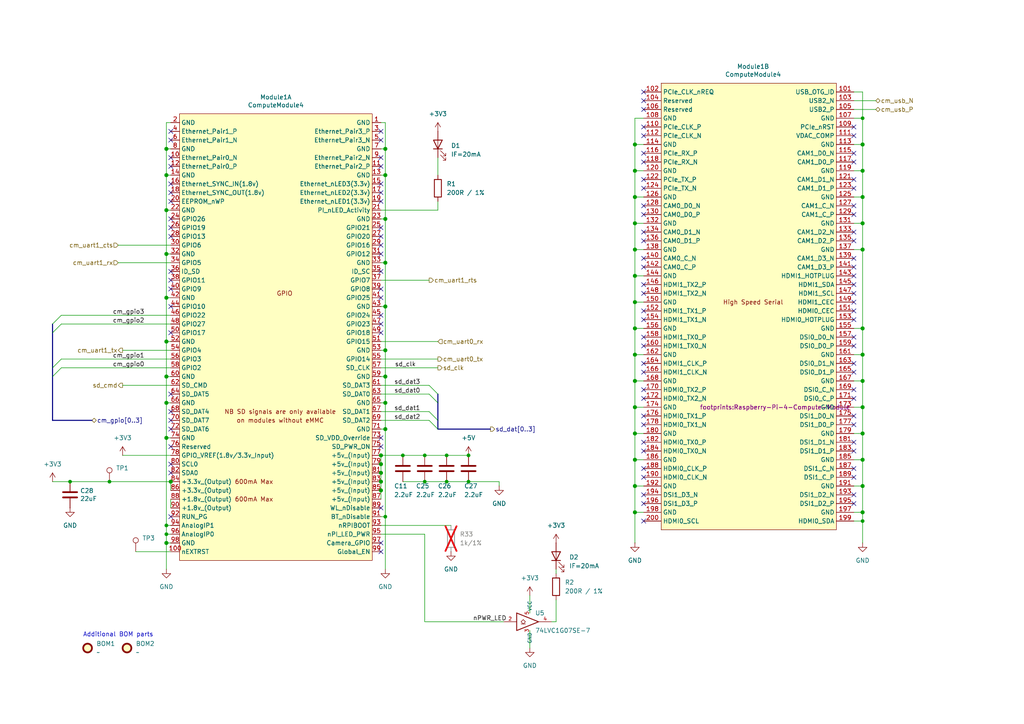
<source format=kicad_sch>
(kicad_sch (version 20250114) (generator "eeschema") (generator_version "9.0")
  (paper "A4")
  (title_block (title "Raspberry Pi Compute Module") (company "Dr. Konstantin Schauwecker"))
  (text "Additional BOM parts" (at 34.29 184.15 0) (effects (font (size 1.27 1.27))))
  (junction (at 250.19 34.29))
  (junction (at 250.19 57.15) (diameter 1.016))
  (junction (at 48.26 60.96) (diameter 1.016))
  (junction (at 135.89 132.08))
  (junction (at 111.76 109.22) (diameter 1.016))
  (junction (at 48.26 116.84) (diameter 1.016))
  (junction (at 184.15 102.87) (diameter 1.016))
  (junction (at 111.76 101.6) (diameter 1.016))
  (junction (at 129.54 132.08))
  (junction (at 184.15 118.11) (diameter 1.016))
  (junction (at 250.19 102.87) (diameter 1.016))
  (junction (at 110.49 134.62) (diameter 1.016))
  (junction (at 48.26 152.4))
  (junction (at 123.19 139.7))
  (junction (at 184.15 72.39) (diameter 1.016))
  (junction (at 250.19 49.53) (diameter 1.016))
  (junction (at 48.26 73.66) (diameter 1.016))
  (junction (at 250.19 148.59) (diameter 1.016))
  (junction (at 250.19 133.35) (diameter 1.016))
  (junction (at 111.76 124.46) (diameter 1.016))
  (junction (at 135.89 139.7))
  (junction (at 184.15 133.35) (diameter 1.016))
  (junction (at 111.76 149.86))
  (junction (at 184.15 57.15) (diameter 1.016))
  (junction (at 250.19 151.13))
  (junction (at 184.15 41.91) (diameter 1.016))
  (junction (at 48.26 99.06) (diameter 1.016))
  (junction (at 250.19 72.39) (diameter 1.016))
  (junction (at 184.15 125.73) (diameter 1.016))
  (junction (at 111.76 88.9) (diameter 1.016))
  (junction (at 250.19 41.91) (diameter 1.016))
  (junction (at 48.26 157.48) (diameter 1.016))
  (junction (at 250.19 125.73) (diameter 1.016))
  (junction (at 116.84 132.08))
  (junction (at 250.19 110.49) (diameter 1.016))
  (junction (at 184.15 64.77) (diameter 1.016))
  (junction (at 48.26 127) (diameter 1.016))
  (junction (at 129.54 139.7))
  (junction (at 184.15 140.97) (diameter 1.016))
  (junction (at 110.49 132.08) (diameter 1.016))
  (junction (at 49.53 139.7) (diameter 1.016))
  (junction (at 111.76 50.8) (diameter 1.016))
  (junction (at 184.15 95.25) (diameter 1.016))
  (junction (at 111.76 116.84) (diameter 1.016))
  (junction (at 48.26 43.18) (diameter 1.016))
  (junction (at 48.26 109.22) (diameter 1.016))
  (junction (at 111.76 63.5) (diameter 1.016))
  (junction (at 184.15 87.63) (diameter 1.016))
  (junction (at 184.15 110.49) (diameter 1.016))
  (junction (at 110.49 142.24) (diameter 1.016))
  (junction (at 110.49 137.16) (diameter 1.016))
  (junction (at 123.19 132.08))
  (junction (at 48.26 86.36) (diameter 1.016))
  (junction (at 184.15 80.01) (diameter 1.016))
  (junction (at 110.49 139.7) (diameter 1.016))
  (junction (at 31.75 139.7))
  (junction (at 48.26 154.94))
  (junction (at 250.19 64.77) (diameter 1.016))
  (junction (at 184.15 49.53) (diameter 1.016))
  (junction (at 111.76 76.2) (diameter 1.016))
  (junction (at 48.26 50.8) (diameter 1.016))
  (junction (at 250.19 118.11) (diameter 1.016))
  (junction (at 20.32 139.7))
  (junction (at 111.76 43.18) (diameter 1.016))
  (junction (at 250.19 95.25) (diameter 1.016))
  (junction (at 184.15 148.59) (diameter 1.016))
  (junction (at 250.19 140.97) (diameter 1.016))
  (no_connect (at 49.53 134.62))
  (no_connect (at 247.65 115.57))
  (no_connect (at 49.53 88.9))
  (no_connect (at 49.53 129.54))
  (no_connect (at 186.69 85.09))
  (no_connect (at 110.49 48.26))
  (no_connect (at 186.69 105.41))
  (no_connect (at 186.69 39.37))
  (no_connect (at 247.65 77.47))
  (no_connect (at 49.53 63.5))
  (no_connect (at 186.69 82.55))
  (no_connect (at 186.69 74.93))
  (no_connect (at 110.49 58.42))
  (no_connect (at 247.65 107.95))
  (no_connect (at 110.49 73.66))
  (no_connect (at 110.49 96.52))
  (no_connect (at 49.53 83.82))
  (no_connect (at 247.65 135.89))
  (no_connect (at 49.53 38.1))
  (no_connect (at 186.69 36.83))
  (no_connect (at 110.49 127))
  (no_connect (at 110.49 66.04))
  (no_connect (at 247.65 82.55))
  (no_connect (at 110.49 91.44))
  (no_connect (at 186.69 130.81))
  (no_connect (at 186.69 113.03))
  (no_connect (at 247.65 62.23))
  (no_connect (at 110.49 147.32))
  (no_connect (at 186.69 143.51))
  (no_connect (at 186.69 67.31))
  (no_connect (at 247.65 67.31))
  (no_connect (at 49.53 66.04))
  (no_connect (at 186.69 46.99))
  (no_connect (at 247.65 69.85))
  (no_connect (at 186.69 29.21))
  (no_connect (at 49.53 124.46))
  (no_connect (at 110.49 68.58))
  (no_connect (at 186.69 146.05))
  (no_connect (at 186.69 54.61))
  (no_connect (at 186.69 123.19))
  (no_connect (at 186.69 120.65))
  (no_connect (at 49.53 137.16))
  (no_connect (at 110.49 71.12))
  (no_connect (at 49.53 114.3))
  (no_connect (at 247.65 74.93))
  (no_connect (at 247.65 44.45))
  (no_connect (at 49.53 149.86))
  (no_connect (at 247.65 92.71))
  (no_connect (at 247.65 143.51))
  (no_connect (at 186.69 115.57))
  (no_connect (at 247.65 100.33))
  (no_connect (at 186.69 107.95))
  (no_connect (at 49.53 121.92))
  (no_connect (at 186.69 97.79))
  (no_connect (at 247.65 52.07))
  (no_connect (at 110.49 160.02))
  (no_connect (at 110.49 83.82))
  (no_connect (at 110.49 78.74))
  (no_connect (at 186.69 100.33))
  (no_connect (at 186.69 92.71))
  (no_connect (at 247.65 130.81))
  (no_connect (at 247.65 54.61))
  (no_connect (at 49.53 55.88))
  (no_connect (at 247.65 146.05))
  (no_connect (at 247.65 138.43))
  (no_connect (at 49.53 119.38))
  (no_connect (at 247.65 80.01))
  (no_connect (at 186.69 31.75))
  (no_connect (at 186.69 69.85))
  (no_connect (at 110.49 55.88))
  (no_connect (at 186.69 128.27))
  (no_connect (at 247.65 36.83))
  (no_connect (at 49.53 53.34))
  (no_connect (at 247.65 120.65))
  (no_connect (at 247.65 85.09))
  (no_connect (at 49.53 78.74))
  (no_connect (at 110.49 86.36))
  (no_connect (at 247.65 97.79))
  (no_connect (at 110.49 93.98))
  (no_connect (at 247.65 105.41))
  (no_connect (at 186.69 59.69))
  (no_connect (at 49.53 40.64))
  (no_connect (at 247.65 90.17))
  (no_connect (at 110.49 40.64))
  (no_connect (at 49.53 68.58))
  (no_connect (at 49.53 45.72))
  (no_connect (at 49.53 48.26))
  (no_connect (at 247.65 113.03))
  (no_connect (at 186.69 138.43))
  (no_connect (at 49.53 58.42))
  (no_connect (at 247.65 128.27))
  (no_connect (at 110.49 157.48))
  (no_connect (at 110.49 53.34))
  (no_connect (at 247.65 39.37))
  (no_connect (at 186.69 62.23))
  (no_connect (at 186.69 77.47))
  (no_connect (at 110.49 129.54))
  (no_connect (at 247.65 87.63))
  (no_connect (at 110.49 38.1))
  (no_connect (at 186.69 135.89))
  (no_connect (at 110.49 45.72))
  (no_connect (at 49.53 96.52))
  (no_connect (at 186.69 44.45))
  (no_connect (at 247.65 46.99))
  (no_connect (at 247.65 59.69))
  (no_connect (at 186.69 26.67))
  (no_connect (at 186.69 90.17))
  (no_connect (at 247.65 123.19))
  (no_connect (at 186.69 151.13))
  (no_connect (at 186.69 52.07))
  (no_connect (at 49.53 81.28))
  (bus_entry (at 124.46 119.38) (size 2.54 2.54))
  (bus_entry (at 127 124.46) (size -2.54 -2.54))
  (bus_entry (at 15.24 96.52) (size 2.54 -2.54))
  (bus_entry (at 15.24 106.68) (size 2.54 -2.54))
  (bus_entry (at 124.46 114.3) (size 2.54 2.54))
  (bus_entry (at 124.46 111.76) (size 2.54 2.54))
  (bus_entry (at 15.24 93.98) (size 2.54 -2.54))
  (bus_entry (at 15.24 109.22) (size 2.54 -2.54))
  (wire (pts (xy 184.15 72.39) (xy 184.15 80.01)))
  (wire (pts (xy 110.49 50.8) (xy 111.76 50.8)))
  (wire (pts (xy 129.54 139.7) (xy 135.89 139.7)))
  (wire (pts (xy 34.29 71.12) (xy 49.53 71.12)))
  (wire (pts (xy 127 60.96) (xy 127 58.42)))
  (wire (pts (xy 184.15 57.15) (xy 186.69 57.15)))
  (wire (pts (xy 153.67 182.88) (xy 153.67 187.96)))
  (wire (pts (xy 48.26 86.36) (xy 49.53 86.36)))
  (wire (pts (xy 34.29 76.2) (xy 49.53 76.2)))
  (wire (pts (xy 110.49 119.38) (xy 124.46 119.38)))
  (wire (pts (xy 250.19 148.59) (xy 250.19 151.13)))
  (wire (pts (xy 250.19 151.13) (xy 250.19 157.48)))
  (wire (pts (xy 184.15 64.77) (xy 186.69 64.77)))
  (wire (pts (xy 247.65 140.97) (xy 250.19 140.97)))
  (wire (pts (xy 20.32 139.7) (xy 31.75 139.7)))
  (wire (pts (xy 48.26 50.8) (xy 48.26 60.96)))
  (wire (pts (xy 247.65 118.11) (xy 250.19 118.11)))
  (wire (pts (xy 116.84 139.7) (xy 123.19 139.7)))
  (wire (pts (xy 144.78 139.7) (xy 144.78 140.97)))
  (wire (pts (xy 247.65 72.39) (xy 250.19 72.39)))
  (wire (pts (xy 110.49 76.2) (xy 111.76 76.2)))
  (wire (pts (xy 184.15 125.73) (xy 184.15 133.35)))
  (wire (pts (xy 111.76 116.84) (xy 111.76 124.46)))
  (wire (pts (xy 110.49 99.06) (xy 127 99.06)))
  (wire (pts (xy 110.49 152.4) (xy 130.81 152.4)))
  (wire (pts (xy 110.49 60.96) (xy 127 60.96)))
  (wire (pts (xy 111.76 101.6) (xy 111.76 109.22)))
  (wire (pts (xy 250.19 26.67) (xy 247.65 26.67)))
  (wire (pts (xy 116.84 132.08) (xy 123.19 132.08)))
  (bus (pts (xy 127 121.92) (xy 127 124.46)))
  (wire (pts (xy 110.49 121.92) (xy 124.46 121.92)))
  (wire (pts (xy 161.29 173.99) (xy 161.29 180.34)))
  (bus (pts (xy 15.24 106.68) (xy 15.24 109.22)))
  (wire (pts (xy 110.49 137.16) (xy 110.49 139.7)))
  (wire (pts (xy 111.76 50.8) (xy 111.76 63.5)))
  (wire (pts (xy 184.15 49.53) (xy 184.15 57.15)))
  (wire (pts (xy 110.49 142.24) (xy 110.49 144.78)))
  (wire (pts (xy 110.49 139.7) (xy 110.49 142.24)))
  (bus (pts (xy 15.24 93.98) (xy 15.24 96.52)))
  (wire (pts (xy 48.26 35.56) (xy 48.26 43.18)))
  (wire (pts (xy 49.53 35.56) (xy 48.26 35.56)))
  (wire (pts (xy 250.19 133.35) (xy 250.19 140.97)))
  (wire (pts (xy 247.65 125.73) (xy 250.19 125.73)))
  (wire (pts (xy 48.26 116.84) (xy 48.26 127)))
  (wire (pts (xy 48.26 60.96) (xy 48.26 73.66)))
  (wire (pts (xy 123.19 180.34) (xy 146.05 180.34)))
  (wire (pts (xy 184.15 118.11) (xy 184.15 125.73)))
  (wire (pts (xy 184.15 133.35) (xy 184.15 140.97)))
  (wire (pts (xy 247.65 29.21) (xy 254 29.21)))
  (wire (pts (xy 247.65 49.53) (xy 250.19 49.53)))
  (wire (pts (xy 247.65 133.35) (xy 250.19 133.35)))
  (wire (pts (xy 129.54 132.08) (xy 135.89 132.08)))
  (wire (pts (xy 247.65 31.75) (xy 254 31.75)))
  (wire (pts (xy 48.26 60.96) (xy 49.53 60.96)))
  (wire (pts (xy 110.49 104.14) (xy 127 104.14)))
  (bus (pts (xy 15.24 109.22) (xy 15.24 121.92)))
  (wire (pts (xy 39.37 160.02) (xy 49.53 160.02)))
  (wire (pts (xy 184.15 140.97) (xy 184.15 148.59)))
  (wire (pts (xy 110.49 114.3) (xy 124.46 114.3)))
  (wire (pts (xy 186.69 34.29) (xy 184.15 34.29)))
  (wire (pts (xy 247.65 57.15) (xy 250.19 57.15)))
  (wire (pts (xy 111.76 109.22) (xy 111.76 116.84)))
  (wire (pts (xy 48.26 154.94) (xy 49.53 154.94)))
  (wire (pts (xy 111.76 88.9) (xy 111.76 101.6)))
  (wire (pts (xy 250.19 41.91) (xy 250.19 34.29)))
  (wire (pts (xy 49.53 142.24) (xy 49.53 139.7)))
  (wire (pts (xy 250.19 72.39) (xy 250.19 64.77)))
  (wire (pts (xy 111.76 124.46) (xy 111.76 149.86)))
  (wire (pts (xy 184.15 49.53) (xy 186.69 49.53)))
  (bus (pts (xy 127 124.46) (xy 142.24 124.46)))
  (wire (pts (xy 17.78 93.98) (xy 49.53 93.98)))
  (wire (pts (xy 110.49 88.9) (xy 111.76 88.9)))
  (wire (pts (xy 184.15 125.73) (xy 186.69 125.73)))
  (wire (pts (xy 48.26 152.4) (xy 49.53 152.4)))
  (bus (pts (xy 127 114.3) (xy 127 116.84)))
  (wire (pts (xy 48.26 109.22) (xy 48.26 116.84)))
  (wire (pts (xy 184.15 80.01) (xy 186.69 80.01)))
  (wire (pts (xy 35.56 132.08) (xy 49.53 132.08)))
  (wire (pts (xy 184.15 34.29) (xy 184.15 41.91)))
  (wire (pts (xy 110.49 124.46) (xy 111.76 124.46)))
  (wire (pts (xy 184.15 80.01) (xy 184.15 87.63)))
  (wire (pts (xy 48.26 109.22) (xy 49.53 109.22)))
  (wire (pts (xy 110.49 101.6) (xy 111.76 101.6)))
  (wire (pts (xy 111.76 63.5) (xy 111.76 76.2)))
  (wire (pts (xy 110.49 63.5) (xy 111.76 63.5)))
  (wire (pts (xy 123.19 132.08) (xy 129.54 132.08)))
  (wire (pts (xy 48.26 73.66) (xy 48.26 86.36)))
  (wire (pts (xy 184.15 110.49) (xy 184.15 118.11)))
  (wire (pts (xy 110.49 116.84) (xy 111.76 116.84)))
  (wire (pts (xy 48.26 152.4) (xy 48.26 154.94)))
  (wire (pts (xy 184.15 110.49) (xy 186.69 110.49)))
  (wire (pts (xy 15.24 139.7) (xy 20.32 139.7)))
  (wire (pts (xy 111.76 35.56) (xy 111.76 43.18)))
  (bus (pts (xy 15.24 121.92) (xy 26.67 121.92)))
  (wire (pts (xy 110.49 43.18) (xy 111.76 43.18)))
  (wire (pts (xy 110.49 134.62) (xy 110.49 137.16)))
  (wire (pts (xy 110.49 132.08) (xy 110.49 134.62)))
  (wire (pts (xy 250.19 95.25) (xy 250.19 102.87)))
  (wire (pts (xy 161.29 165.1) (xy 161.29 166.37)))
  (wire (pts (xy 184.15 87.63) (xy 184.15 95.25)))
  (wire (pts (xy 153.67 177.8) (xy 153.67 172.72)))
  (wire (pts (xy 250.19 110.49) (xy 250.19 118.11)))
  (wire (pts (xy 48.26 127) (xy 48.26 152.4)))
  (wire (pts (xy 111.76 149.86) (xy 111.76 165.1)))
  (wire (pts (xy 110.49 106.68) (xy 127 106.68)))
  (wire (pts (xy 123.19 154.94) (xy 110.49 154.94)))
  (wire (pts (xy 250.19 102.87) (xy 250.19 110.49)))
  (wire (pts (xy 250.19 140.97) (xy 250.19 148.59)))
  (wire (pts (xy 247.65 148.59) (xy 250.19 148.59)))
  (wire (pts (xy 110.49 81.28) (xy 124.46 81.28)))
  (wire (pts (xy 110.49 132.08) (xy 116.84 132.08)))
  (wire (pts (xy 49.53 50.8) (xy 48.26 50.8)))
  (wire (pts (xy 49.53 157.48) (xy 48.26 157.48)))
  (wire (pts (xy 250.19 125.73) (xy 250.19 133.35)))
  (wire (pts (xy 186.69 140.97) (xy 184.15 140.97)))
  (wire (pts (xy 17.78 106.68) (xy 49.53 106.68)))
  (wire (pts (xy 110.49 149.86) (xy 111.76 149.86)))
  (wire (pts (xy 48.26 127) (xy 49.53 127)))
  (wire (pts (xy 49.53 43.18) (xy 48.26 43.18)))
  (wire (pts (xy 184.15 133.35) (xy 186.69 133.35)))
  (wire (pts (xy 161.29 180.34) (xy 160.02 180.34)))
  (wire (pts (xy 17.78 104.14) (xy 49.53 104.14)))
  (wire (pts (xy 184.15 57.15) (xy 184.15 64.77)))
  (wire (pts (xy 123.19 139.7) (xy 129.54 139.7)))
  (wire (pts (xy 110.49 109.22) (xy 111.76 109.22)))
  (wire (pts (xy 48.26 116.84) (xy 49.53 116.84)))
  (wire (pts (xy 135.89 139.7) (xy 144.78 139.7)))
  (wire (pts (xy 186.69 148.59) (xy 184.15 148.59)))
  (wire (pts (xy 184.15 102.87) (xy 184.15 110.49)))
  (wire (pts (xy 247.65 64.77) (xy 250.19 64.77)))
  (wire (pts (xy 48.26 99.06) (xy 48.26 109.22)))
  (wire (pts (xy 247.65 95.25) (xy 250.19 95.25)))
  (wire (pts (xy 250.19 49.53) (xy 250.19 41.91)))
  (wire (pts (xy 124.46 111.76) (xy 110.49 111.76)))
  (wire (pts (xy 247.65 102.87) (xy 250.19 102.87)))
  (wire (pts (xy 250.19 72.39) (xy 250.19 95.25)))
  (wire (pts (xy 184.15 41.91) (xy 184.15 49.53)))
  (wire (pts (xy 184.15 118.11) (xy 186.69 118.11)))
  (wire (pts (xy 110.49 35.56) (xy 111.76 35.56)))
  (wire (pts (xy 17.78 91.44) (xy 49.53 91.44)))
  (wire (pts (xy 184.15 41.91) (xy 186.69 41.91)))
  (wire (pts (xy 35.56 111.76) (xy 49.53 111.76)))
  (wire (pts (xy 48.26 73.66) (xy 49.53 73.66)))
  (wire (pts (xy 250.19 26.67) (xy 250.19 34.29)))
  (bus (pts (xy 127 116.84) (xy 127 121.92)))
  (wire (pts (xy 111.76 43.18) (xy 111.76 50.8)))
  (wire (pts (xy 184.15 148.59) (xy 184.15 157.48)))
  (wire (pts (xy 127 45.72) (xy 127 50.8)))
  (wire (pts (xy 184.15 95.25) (xy 186.69 95.25)))
  (wire (pts (xy 35.56 101.6) (xy 49.53 101.6)))
  (wire (pts (xy 184.15 64.77) (xy 184.15 72.39)))
  (wire (pts (xy 247.65 151.13) (xy 250.19 151.13)))
  (wire (pts (xy 49.53 147.32) (xy 49.53 144.78)))
  (wire (pts (xy 247.65 41.91) (xy 250.19 41.91)))
  (wire (pts (xy 184.15 102.87) (xy 186.69 102.87)))
  (bus (pts (xy 15.24 96.52) (xy 15.24 106.68)))
  (wire (pts (xy 250.19 118.11) (xy 250.19 125.73)))
  (wire (pts (xy 48.26 99.06) (xy 49.53 99.06)))
  (wire (pts (xy 48.26 154.94) (xy 48.26 157.48)))
  (wire (pts (xy 123.19 180.34) (xy 123.19 154.94)))
  (wire (pts (xy 48.26 86.36) (xy 48.26 99.06)))
  (wire (pts (xy 184.15 87.63) (xy 186.69 87.63)))
  (wire (pts (xy 250.19 34.29) (xy 247.65 34.29)))
  (wire (pts (xy 250.19 64.77) (xy 250.19 57.15)))
  (wire (pts (xy 111.76 76.2) (xy 111.76 88.9)))
  (wire (pts (xy 184.15 95.25) (xy 184.15 102.87)))
  (wire (pts (xy 247.65 110.49) (xy 250.19 110.49)))
  (wire (pts (xy 48.26 43.18) (xy 48.26 50.8)))
  (wire (pts (xy 250.19 57.15) (xy 250.19 49.53)))
  (wire (pts (xy 184.15 72.39) (xy 186.69 72.39)))
  (wire (pts (xy 31.75 139.7) (xy 49.53 139.7)))
  (wire (pts (xy 48.26 157.48) (xy 48.26 165.1)))
  (label "cm_gpio1" (at 41.91 104.14 180))
  (label "sd_dat3" (at 121.92 111.76 180))
  (label "cm_gpio2" (at 41.91 93.98 180))
  (label "sd_clk" (at 120.65 106.68 180))
  (label "cm_gpio3" (at 41.91 91.44 180))
  (label "sd_dat2" (at 121.92 121.92 180))
  (label "nPWR_LED" (at 137.16 180.34 0))
  (label "sd_dat1" (at 121.92 119.38 180))
  (label "sd_dat0" (at 121.92 114.3 180))
  (label "cm_gpio0" (at 41.91 106.68 180))
  (hierarchical_label "cm_uart1_cts" (shape input) (at 34.29 71.12 180))
  (hierarchical_label "sd_cmd" (shape output) (at 35.56 111.76 180))
  (hierarchical_label "cm_gpio[0..3]" (shape bidirectional) (at 26.67 121.92 0))
  (hierarchical_label "cm_uart1_rx" (shape input) (at 34.29 76.2 180))
  (hierarchical_label "cm_uart1_tx" (shape output) (at 35.56 101.6 180))
  (hierarchical_label "cm_usb_P" (shape bidirectional) (at 254 31.75 0))
  (hierarchical_label "cm_uart0_rx" (shape input) (at 127 99.06 0))
  (hierarchical_label "cm_uart0_tx" (shape output) (at 127 104.14 0))
  (hierarchical_label "sd_dat[0..3]" (shape output) (at 142.24 124.46 0))
  (hierarchical_label "sd_clk" (shape output) (at 127 106.68 0))
  (hierarchical_label "cm_usb_N" (shape bidirectional) (at 254 29.21 0))
  (hierarchical_label "cm_uart1_rts" (shape output) (at 124.46 81.28 0))
  (symbol (lib_id "CM4IO:74LVC1G07_copy") (at 153.67 180.34 0) (unit 1)
    (property "Reference" "U5" (at 155.194 177.8 0) (effects (justify left)))
    (property "Value" "74LVC1G07SE-7" (at 155.194 182.88 0) (effects (justify left)))
    (property "Footprint" "Package_TO_SOT_SMD:SOT-353_SC-70-5" (effects (hide yes)))
    (property "Datasheet" "https://www.diodes.com/assets/Datasheets/74LVC1G07.pdf" (effects (hide yes)))
    (property "MPN" "74LVC1G07SE-7" (effects (hide yes)))
    (property "MFG" "Diodes" (effects (hide yes)))
    (property "Supplier Link" "https://www.mouser.de/ProductDetail/Diodes-Incorporated/74LVC1G07SE-7?qs=abZ1nkZpTuNoZmx9wrxFdA%3D%3D" (effects (hide yes)))
  )
  (symbol (lib_name "ComputeModule4-CM4_1") (lib_id "CM4IO:ComputeModule4-CM4") (at 82.55 91.44 0) (unit 1) (in_bom no)
    (property "Reference" "Module1" (at 80.01 28.1686 0))
    (property "Value" "ComputeModule4" (at 80.01 30.48 0))
    (property "Footprint" "footprints:Raspberry-Pi-4-Compute-Module" (at 224.79 118.11 0))
  )
  (symbol (lib_name "GND_1") (lib_id "power:GND") (at 144.78 140.97 0) (unit 1)
    (property "Reference" "#PWR061" (effects (hide yes)))
    (property "Value" "GND" (at 144.78 146.05 0))
    (property "Description" "Power symbol creates a global label with name \"GND\" , ground" (effects (hide yes)))
  )
  (symbol (lib_id "power:+3V3") (at 161.29 157.48 0) (unit 1)
    (property "Reference" "#PWR07" (effects (hide yes)))
    (property "Value" "+3V3" (at 161.29 152.4 0))
    (property "Description" "Power symbol creates a global label with name \"+3V3\"" (effects (hide yes)))
  )
  (symbol (lib_id "power:+3V3") (at 127 38.1 0) (unit 1)
    (property "Reference" "#PWR04" (effects (hide yes)))
    (property "Value" "+3V3" (at 127 33.02 0))
    (property "Description" "Power symbol creates a global label with name \"+3V3\"" (effects (hide yes)))
  )
  (symbol (lib_id "Device:R") (at 130.81 156.21 180) (unit 1) (dnp yes)
    (property "Reference" "R33" (at 133.35 154.9399 0) (effects (justify right)))
    (property "Value" "1k/1%" (at 133.35 157.4799 0) (effects (justify right)))
    (property "Footprint" "Resistor_SMD:R_0402_1005Metric" (effects (hide yes)))
    (property "Description" "Resistor" (effects (hide yes)))
    (property "MFG" "Yageo" (effects (hide yes)))
    (property "MPN" " RC0402JR-7D1KL" (effects (hide yes)))
    (property "Supplier Link" "https://www.mouser.de/ProductDetail/YAGEO/RC0402JR-7D1KL?qs=sGAEpiMZZMtG0KNrPCHnjTgRJhMDDKy5BKFHjWYrA1s1AiOFf9acDg%3D%3D" (effects (hide yes)))
  )
  (symbol (lib_id "power:+3V3") (at 35.56 132.08 0) (unit 1)
    (property "Reference" "#PWR02" (effects (hide yes)))
    (property "Value" "+3V3" (at 35.56 127 0))
    (property "Description" "Power symbol creates a global label with name \"+3V3\"" (effects (hide yes)))
  )
  (symbol (lib_id "Connector:TestPoint") (at 39.37 160.02 0) (unit 1) (in_bom no)
    (property "Reference" "TP3" (at 41.275 156.083 0) (effects (justify left)))
    (property "Value" "TestPoint" (effects (hide yes)))
    (property "Footprint" "TestPoint:TestPoint_Pad_D2.0mm" (effects (hide yes)))
  )
  (symbol (lib_name "GND_1") (lib_id "power:GND") (at 250.19 157.48 0) (unit 1)
    (property "Reference" "#PWR0108" (effects (hide yes)))
    (property "Value" "GND" (at 250.19 162.56 0))
    (property "Description" "Power symbol creates a global label with name \"GND\" , ground" (effects (hide yes)))
  )
  (symbol (lib_name "GND_1") (lib_id "power:GND") (at 111.76 165.1 0) (unit 1)
    (property "Reference" "#PWR0105" (effects (hide yes)))
    (property "Value" "GND" (at 111.76 170.18 0))
    (property "Description" "Power symbol creates a global label with name \"GND\" , ground" (effects (hide yes)))
  )
  (symbol (lib_name "LED_1") (lib_id "Device:LED") (at 161.29 161.29 90) (unit 1)
    (property "Reference" "D2" (at 165.1 161.6074 90) (effects (justify right)))
    (property "Value" "IF=20mA" (at 165.1 164.1474 90) (effects (justify right)))
    (property "Footprint" "LED_SMD:LED_0603_1608Metric" (effects (hide yes)))
    (property "Description" "Light emitting diode" (effects (hide yes)))
    (property "MFG" "WE" (effects (hide yes)))
    (property "MPN" "150060GS83000 " (effects (hide yes)))
    (property "Supplier Link" "https://www.mouser.de/ProductDetail/Wurth-Elektronik/150060GS83000?qs=sGAEpiMZZMvVL5Kk7ZYykY6g4CMvHY6u9jN9Z8uGv7LKKnt5FEuvhg%3D%3D" (effects (hide yes)))
  )
  (symbol (lib_name "GND_1") (lib_id "power:GND") (at 153.67 187.96 0) (unit 1)
    (property "Reference" "#PWR06" (effects (hide yes)))
    (property "Value" "GND" (at 153.67 193.04 0))
    (property "Description" "Power symbol creates a global label with name \"GND\" , ground" (effects (hide yes)))
  )
  (symbol (lib_id "Device:C") (at 135.89 135.89 0) (unit 1)
    (property "Reference" "C27" (at 134.62 140.97 0) (effects (justify left)))
    (property "Value" "2.2uF" (at 134.62 143.51 0) (effects (justify left)))
    (property "Footprint" "Capacitor_SMD:C_0402_1005Metric" (effects (hide yes)))
    (property "Description" "Unpolarized capacitor" (effects (hide yes)))
    (property "MFG" "Murata" (effects (hide yes)))
    (property "MPN" "GRM155C80J225KE95J" (effects (hide yes)))
    (property "Supplier Link" "https://www.mouser.de/ProductDetail/Murata-Electronics/GRM155C80J225KE95J?qs=hNud%2FORuBR1QgBBdBmmIgA%3D%3D" (effects (hide yes)))
  )
  (symbol (lib_id "Device:C") (at 129.54 135.89 0) (unit 1)
    (property "Reference" "C26" (at 127 140.97 0) (effects (justify left)))
    (property "Value" "2.2uF" (at 127 143.51 0) (effects (justify left)))
    (property "Footprint" "Capacitor_SMD:C_0402_1005Metric" (effects (hide yes)))
    (property "Description" "Unpolarized capacitor" (effects (hide yes)))
    (property "MFG" "Murata" (effects (hide yes)))
    (property "MPN" "GRM155C80J225KE95J" (effects (hide yes)))
    (property "Supplier Link" "https://www.mouser.de/ProductDetail/Murata-Electronics/GRM155C80J225KE95J?qs=hNud%2FORuBR1QgBBdBmmIgA%3D%3D" (effects (hide yes)))
  )
  (symbol (lib_name "GND_1") (lib_id "power:GND") (at 130.81 160.02 0) (unit 1)
    (property "Reference" "#PWR0109" (effects (hide yes)))
    (property "Value" "GND" (at 130.81 165.1 0))
    (property "Description" "Power symbol creates a global label with name \"GND\" , ground" (effects (hide yes)))
  )
  (symbol (lib_id "Device:C") (at 123.19 135.89 0) (unit 1)
    (property "Reference" "C25" (at 120.65 140.97 0) (effects (justify left)))
    (property "Value" "2.2uF" (at 120.65 143.51 0) (effects (justify left)))
    (property "Footprint" "Capacitor_SMD:C_0402_1005Metric" (effects (hide yes)))
    (property "Description" "Unpolarized capacitor" (effects (hide yes)))
    (property "MFG" "Murata" (effects (hide yes)))
    (property "MPN" "GRM155C80J225KE95J" (effects (hide yes)))
    (property "Supplier Link" "https://www.mouser.de/ProductDetail/Murata-Electronics/GRM155C80J225KE95J?qs=hNud%2FORuBR1QgBBdBmmIgA%3D%3D" (effects (hide yes)))
  )
  (symbol (lib_id "Device:R") (at 161.29 170.18 0) (unit 1)
    (property "Reference" "R2" (at 163.83 168.9099 0) (effects (justify left)))
    (property "Value" "200R / 1%" (at 163.83 171.4499 0) (effects (justify left)))
    (property "Footprint" "Resistor_SMD:R_0402_1005Metric" (effects (hide yes)))
    (property "Description" "Resistor" (effects (hide yes)))
    (property "MFG" "Vishay" (effects (hide yes)))
    (property "MPN" "CRCW0402200RFKEDHP" (effects (hide yes)))
    (property "Supplier Link" "https://www.mouser.de/ProductDetail/Vishay/CRCW0402200RFKEDHP?qs=sGAEpiMZZMtG0KNrPCHnjSUhUf2wt2f8nQ%2FO6IpPtf0%3D" (effects (hide yes)))
  )
  (symbol (lib_name "GND_1") (lib_id "power:GND") (at 48.26 165.1 0) (unit 1)
    (property "Reference" "#PWR0104" (effects (hide yes)))
    (property "Value" "GND" (at 48.26 170.18 0))
    (property "Description" "Power symbol creates a global label with name \"GND\" , ground" (effects (hide yes)))
  )
  (symbol (lib_name "GND_1") (lib_id "power:GND") (at 184.15 157.48 0) (unit 1)
    (property "Reference" "#PWR0107" (effects (hide yes)))
    (property "Value" "GND" (at 184.15 162.56 0))
    (property "Description" "Power symbol creates a global label with name \"GND\" , ground" (effects (hide yes)))
  )
  (symbol (lib_id "CM4IO:ComputeModule4-CM4") (at 77.47 87.63 0) (unit 2) (in_bom no)
    (property "Reference" "Module1" (at 218.44 19.2786 0))
    (property "Value" "ComputeModule4" (at 218.44 21.59 0))
    (property "Footprint" "footprints:Raspberry-Pi-4-Compute-Module" (effects (hide yes)))
  )
  (symbol (lib_name "LED_1") (lib_id "Device:LED") (at 127 41.91 90) (unit 1)
    (property "Reference" "D1" (at 130.81 42.2274 90) (effects (justify right)))
    (property "Value" "IF=20mA" (at 130.81 44.7674 90) (effects (justify right)))
    (property "Footprint" "LED_SMD:LED_0603_1608Metric" (effects (hide yes)))
    (property "Description" "Light emitting diode" (effects (hide yes)))
    (property "MFG" "WE" (effects (hide yes)))
    (property "MPN" "150060GS83000 " (effects (hide yes)))
    (property "Supplier Link" "https://www.mouser.de/ProductDetail/Wurth-Elektronik/150060GS83000?qs=sGAEpiMZZMvVL5Kk7ZYykY6g4CMvHY6u9jN9Z8uGv7LKKnt5FEuvhg%3D%3D" (effects (hide yes)))
  )
  (symbol (lib_id "power:+3V3") (at 15.24 139.7 0) (unit 1)
    (property "Reference" "#PWR01" (effects (hide yes)))
    (property "Value" "+3V3" (at 15.24 134.62 0))
    (property "Description" "Power symbol creates a global label with name \"+3V3\"" (effects (hide yes)))
  )
  (symbol (lib_id "Mechanical:Fiducial") (at 36.83 187.96 0) (unit 1) (on_board no)
    (property "Reference" "BOM2" (at 39.37 186.6899 0) (effects (justify left)))
    (property "Value" "~" (at 39.37 189.2299 0) (effects (justify left)))
    (property "Description" "CM4 Connector" (effects (hide yes)))
    (property "MPN" " DF40C-100DS-0.4V(51)" (effects (hide yes)))
    (property "MFG" "Hirose" (effects (hide yes)))
    (property "Supplier Link" "https://www.mouser.de/ProductDetail/Hirose-Connector/DF40C-100DS-0.4V51?qs=eDUdFcBPps2MEwbnuPvZzQ%3D%3D" (effects (hide yes)))
  )
  (symbol (lib_id "Connector:TestPoint") (at 31.75 139.7 0) (unit 1) (in_bom no)
    (property "Reference" "TP1" (at 33.655 135.763 0) (effects (justify left)))
    (property "Value" "TestPoint" (effects (hide yes)))
    (property "Footprint" "TestPoint:TestPoint_Pad_D2.0mm" (effects (hide yes)))
  )
  (symbol (lib_id "power:+3V3") (at 153.67 172.72 0) (unit 1)
    (property "Reference" "#PWR08" (effects (hide yes)))
    (property "Value" "+3V3" (at 153.67 167.64 0))
    (property "Description" "Power symbol creates a global label with name \"+3V3\"" (effects (hide yes)))
  )
  (symbol (lib_id "Device:R") (at 127 54.61 0) (unit 1)
    (property "Reference" "R1" (at 129.54 53.3399 0) (effects (justify left)))
    (property "Value" "200R / 1%" (at 129.54 55.8799 0) (effects (justify left)))
    (property "Footprint" "Resistor_SMD:R_0402_1005Metric" (effects (hide yes)))
    (property "Description" "Resistor" (effects (hide yes)))
    (property "MFG" "Vishay" (effects (hide yes)))
    (property "MPN" "CRCW0402200RFKEDHP" (effects (hide yes)))
    (property "Supplier Link" "https://www.mouser.de/ProductDetail/Vishay/CRCW0402200RFKEDHP?qs=sGAEpiMZZMtG0KNrPCHnjSUhUf2wt2f8nQ%2FO6IpPtf0%3D" (effects (hide yes)))
  )
  (symbol (lib_id "Device:C") (at 20.32 143.51 0) (unit 1)
    (property "Reference" "C28" (at 23.241 142.3416 0) (effects (justify left)))
    (property "Value" "22uF" (at 23.241 144.653 0) (effects (justify left)))
    (property "Footprint" "Capacitor_SMD:C_0805_2012Metric" (effects (hide yes)))
    (property "MFG" " TAIYO YUDEN " (effects (hide yes)))
    (property "MPN" " LMK212BC6226MG-T" (effects (hide yes)))
    (property "Supplier Link" "https://www.mouser.de/ProductDetail/TAIYO-YUDEN/LMK212BC6226MG-T?qs=O%2FR%252Bua8vhosWHMiwLEDVEA%3D%3D" (effects (hide yes)))
  )
  (symbol (lib_name "GND_1") (lib_id "power:GND") (at 20.32 147.32 0) (unit 1)
    (property "Reference" "#PWR03" (effects (hide yes)))
    (property "Value" "GND" (at 20.32 152.4 0))
    (property "Description" "Power symbol creates a global label with name \"GND\" , ground" (effects (hide yes)))
  )
  (symbol (lib_id "Mechanical:Fiducial") (at 25.4 187.96 0) (unit 1) (on_board no)
    (property "Reference" "BOM1" (at 27.94 186.6899 0) (effects (justify left)))
    (property "Value" "~" (at 27.94 189.2299 0) (effects (justify left)))
    (property "Description" "CM4 Connector" (effects (hide yes)))
    (property "MPN" " DF40C-100DS-0.4V(51)" (effects (hide yes)))
    (property "MFG" "Hirose" (effects (hide yes)))
    (property "Supplier Link" "https://www.mouser.de/ProductDetail/Hirose-Connector/DF40C-100DS-0.4V51?qs=eDUdFcBPps2MEwbnuPvZzQ%3D%3D" (effects (hide yes)))
  )
  (symbol (lib_id "Device:C") (at 116.84 135.89 0) (unit 1)
    (property "Reference" "C11" (at 114.3 140.97 0) (effects (justify left)))
    (property "Value" "2.2uF" (at 114.3 143.51 0) (effects (justify left)))
    (property "Footprint" "Capacitor_SMD:C_0402_1005Metric" (effects (hide yes)))
    (property "Description" "Unpolarized capacitor" (effects (hide yes)))
    (property "MFG" "Murata" (effects (hide yes)))
    (property "MPN" "GRM155C80J225KE95J" (effects (hide yes)))
    (property "Supplier Link" "https://www.mouser.de/ProductDetail/Murata-Electronics/GRM155C80J225KE95J?qs=hNud%2FORuBR1QgBBdBmmIgA%3D%3D" (effects (hide yes)))
  )
  (symbol (lib_id "power:+5V") (at 135.89 132.08 0) (unit 1)
    (property "Reference" "#PWR05" (effects (hide yes)))
    (property "Value" "+5V" (at 135.89 127 0))
    (property "Description" "Power symbol creates a global label with name \"+5V\"" (effects (hide yes)))
  )
)
</source>
